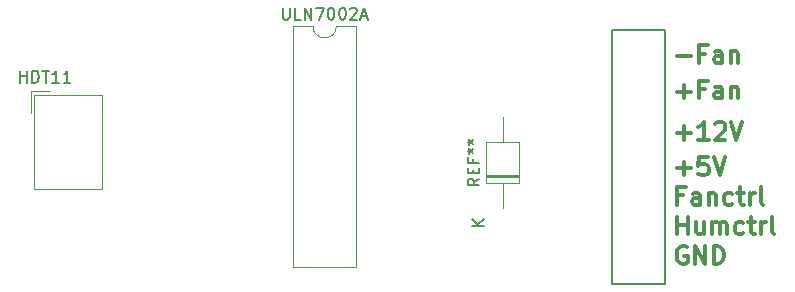
<source format=gbr>
%TF.GenerationSoftware,KiCad,Pcbnew,9.0.3-9.0.3-0~ubuntu24.04.1*%
%TF.CreationDate,2025-07-20T22:02:49+02:00*%
%TF.ProjectId,humidity-control,68756d69-6469-4747-992d-636f6e74726f,rev?*%
%TF.SameCoordinates,Original*%
%TF.FileFunction,Legend,Top*%
%TF.FilePolarity,Positive*%
%FSLAX46Y46*%
G04 Gerber Fmt 4.6, Leading zero omitted, Abs format (unit mm)*
G04 Created by KiCad (PCBNEW 9.0.3-9.0.3-0~ubuntu24.04.1) date 2025-07-20 22:02:49*
%MOMM*%
%LPD*%
G01*
G04 APERTURE LIST*
%ADD10C,0.300000*%
%ADD11C,0.200000*%
%ADD12C,0.150000*%
%ADD13C,0.120000*%
G04 APERTURE END LIST*
D10*
X172554510Y-64729400D02*
X173697368Y-64729400D01*
X174911653Y-64515114D02*
X174411653Y-64515114D01*
X174411653Y-65300828D02*
X174411653Y-63800828D01*
X174411653Y-63800828D02*
X175125939Y-63800828D01*
X176340225Y-65300828D02*
X176340225Y-64515114D01*
X176340225Y-64515114D02*
X176268796Y-64372257D01*
X176268796Y-64372257D02*
X176125939Y-64300828D01*
X176125939Y-64300828D02*
X175840225Y-64300828D01*
X175840225Y-64300828D02*
X175697367Y-64372257D01*
X176340225Y-65229400D02*
X176197367Y-65300828D01*
X176197367Y-65300828D02*
X175840225Y-65300828D01*
X175840225Y-65300828D02*
X175697367Y-65229400D01*
X175697367Y-65229400D02*
X175625939Y-65086542D01*
X175625939Y-65086542D02*
X175625939Y-64943685D01*
X175625939Y-64943685D02*
X175697367Y-64800828D01*
X175697367Y-64800828D02*
X175840225Y-64729400D01*
X175840225Y-64729400D02*
X176197367Y-64729400D01*
X176197367Y-64729400D02*
X176340225Y-64657971D01*
X177054510Y-64300828D02*
X177054510Y-65300828D01*
X177054510Y-64443685D02*
X177125939Y-64372257D01*
X177125939Y-64372257D02*
X177268796Y-64300828D01*
X177268796Y-64300828D02*
X177483082Y-64300828D01*
X177483082Y-64300828D02*
X177625939Y-64372257D01*
X177625939Y-64372257D02*
X177697368Y-64515114D01*
X177697368Y-64515114D02*
X177697368Y-65300828D01*
D11*
X167000000Y-62500000D02*
X167000000Y-63000000D01*
X171500000Y-62500000D02*
X167000000Y-62500000D01*
X171500000Y-84000000D02*
X171500000Y-62500000D01*
X167000000Y-84000000D02*
X171500000Y-84000000D01*
X167000000Y-63000000D02*
X167000000Y-84000000D01*
D10*
X172554510Y-67729400D02*
X173697368Y-67729400D01*
X173125939Y-68300828D02*
X173125939Y-67157971D01*
X174911653Y-67515114D02*
X174411653Y-67515114D01*
X174411653Y-68300828D02*
X174411653Y-66800828D01*
X174411653Y-66800828D02*
X175125939Y-66800828D01*
X176340225Y-68300828D02*
X176340225Y-67515114D01*
X176340225Y-67515114D02*
X176268796Y-67372257D01*
X176268796Y-67372257D02*
X176125939Y-67300828D01*
X176125939Y-67300828D02*
X175840225Y-67300828D01*
X175840225Y-67300828D02*
X175697367Y-67372257D01*
X176340225Y-68229400D02*
X176197367Y-68300828D01*
X176197367Y-68300828D02*
X175840225Y-68300828D01*
X175840225Y-68300828D02*
X175697367Y-68229400D01*
X175697367Y-68229400D02*
X175625939Y-68086542D01*
X175625939Y-68086542D02*
X175625939Y-67943685D01*
X175625939Y-67943685D02*
X175697367Y-67800828D01*
X175697367Y-67800828D02*
X175840225Y-67729400D01*
X175840225Y-67729400D02*
X176197367Y-67729400D01*
X176197367Y-67729400D02*
X176340225Y-67657971D01*
X177054510Y-67300828D02*
X177054510Y-68300828D01*
X177054510Y-67443685D02*
X177125939Y-67372257D01*
X177125939Y-67372257D02*
X177268796Y-67300828D01*
X177268796Y-67300828D02*
X177483082Y-67300828D01*
X177483082Y-67300828D02*
X177625939Y-67372257D01*
X177625939Y-67372257D02*
X177697368Y-67515114D01*
X177697368Y-67515114D02*
X177697368Y-68300828D01*
X172554510Y-79800828D02*
X172554510Y-78300828D01*
X172554510Y-79015114D02*
X173411653Y-79015114D01*
X173411653Y-79800828D02*
X173411653Y-78300828D01*
X174768797Y-78800828D02*
X174768797Y-79800828D01*
X174125939Y-78800828D02*
X174125939Y-79586542D01*
X174125939Y-79586542D02*
X174197368Y-79729400D01*
X174197368Y-79729400D02*
X174340225Y-79800828D01*
X174340225Y-79800828D02*
X174554511Y-79800828D01*
X174554511Y-79800828D02*
X174697368Y-79729400D01*
X174697368Y-79729400D02*
X174768797Y-79657971D01*
X175483082Y-79800828D02*
X175483082Y-78800828D01*
X175483082Y-78943685D02*
X175554511Y-78872257D01*
X175554511Y-78872257D02*
X175697368Y-78800828D01*
X175697368Y-78800828D02*
X175911654Y-78800828D01*
X175911654Y-78800828D02*
X176054511Y-78872257D01*
X176054511Y-78872257D02*
X176125940Y-79015114D01*
X176125940Y-79015114D02*
X176125940Y-79800828D01*
X176125940Y-79015114D02*
X176197368Y-78872257D01*
X176197368Y-78872257D02*
X176340225Y-78800828D01*
X176340225Y-78800828D02*
X176554511Y-78800828D01*
X176554511Y-78800828D02*
X176697368Y-78872257D01*
X176697368Y-78872257D02*
X176768797Y-79015114D01*
X176768797Y-79015114D02*
X176768797Y-79800828D01*
X178125940Y-79729400D02*
X177983082Y-79800828D01*
X177983082Y-79800828D02*
X177697368Y-79800828D01*
X177697368Y-79800828D02*
X177554511Y-79729400D01*
X177554511Y-79729400D02*
X177483082Y-79657971D01*
X177483082Y-79657971D02*
X177411654Y-79515114D01*
X177411654Y-79515114D02*
X177411654Y-79086542D01*
X177411654Y-79086542D02*
X177483082Y-78943685D01*
X177483082Y-78943685D02*
X177554511Y-78872257D01*
X177554511Y-78872257D02*
X177697368Y-78800828D01*
X177697368Y-78800828D02*
X177983082Y-78800828D01*
X177983082Y-78800828D02*
X178125940Y-78872257D01*
X178554511Y-78800828D02*
X179125939Y-78800828D01*
X178768796Y-78300828D02*
X178768796Y-79586542D01*
X178768796Y-79586542D02*
X178840225Y-79729400D01*
X178840225Y-79729400D02*
X178983082Y-79800828D01*
X178983082Y-79800828D02*
X179125939Y-79800828D01*
X179625939Y-79800828D02*
X179625939Y-78800828D01*
X179625939Y-79086542D02*
X179697368Y-78943685D01*
X179697368Y-78943685D02*
X179768797Y-78872257D01*
X179768797Y-78872257D02*
X179911654Y-78800828D01*
X179911654Y-78800828D02*
X180054511Y-78800828D01*
X180768796Y-79800828D02*
X180625939Y-79729400D01*
X180625939Y-79729400D02*
X180554510Y-79586542D01*
X180554510Y-79586542D02*
X180554510Y-78300828D01*
X173054510Y-76515114D02*
X172554510Y-76515114D01*
X172554510Y-77300828D02*
X172554510Y-75800828D01*
X172554510Y-75800828D02*
X173268796Y-75800828D01*
X174483082Y-77300828D02*
X174483082Y-76515114D01*
X174483082Y-76515114D02*
X174411653Y-76372257D01*
X174411653Y-76372257D02*
X174268796Y-76300828D01*
X174268796Y-76300828D02*
X173983082Y-76300828D01*
X173983082Y-76300828D02*
X173840224Y-76372257D01*
X174483082Y-77229400D02*
X174340224Y-77300828D01*
X174340224Y-77300828D02*
X173983082Y-77300828D01*
X173983082Y-77300828D02*
X173840224Y-77229400D01*
X173840224Y-77229400D02*
X173768796Y-77086542D01*
X173768796Y-77086542D02*
X173768796Y-76943685D01*
X173768796Y-76943685D02*
X173840224Y-76800828D01*
X173840224Y-76800828D02*
X173983082Y-76729400D01*
X173983082Y-76729400D02*
X174340224Y-76729400D01*
X174340224Y-76729400D02*
X174483082Y-76657971D01*
X175197367Y-76300828D02*
X175197367Y-77300828D01*
X175197367Y-76443685D02*
X175268796Y-76372257D01*
X175268796Y-76372257D02*
X175411653Y-76300828D01*
X175411653Y-76300828D02*
X175625939Y-76300828D01*
X175625939Y-76300828D02*
X175768796Y-76372257D01*
X175768796Y-76372257D02*
X175840225Y-76515114D01*
X175840225Y-76515114D02*
X175840225Y-77300828D01*
X177197368Y-77229400D02*
X177054510Y-77300828D01*
X177054510Y-77300828D02*
X176768796Y-77300828D01*
X176768796Y-77300828D02*
X176625939Y-77229400D01*
X176625939Y-77229400D02*
X176554510Y-77157971D01*
X176554510Y-77157971D02*
X176483082Y-77015114D01*
X176483082Y-77015114D02*
X176483082Y-76586542D01*
X176483082Y-76586542D02*
X176554510Y-76443685D01*
X176554510Y-76443685D02*
X176625939Y-76372257D01*
X176625939Y-76372257D02*
X176768796Y-76300828D01*
X176768796Y-76300828D02*
X177054510Y-76300828D01*
X177054510Y-76300828D02*
X177197368Y-76372257D01*
X177625939Y-76300828D02*
X178197367Y-76300828D01*
X177840224Y-75800828D02*
X177840224Y-77086542D01*
X177840224Y-77086542D02*
X177911653Y-77229400D01*
X177911653Y-77229400D02*
X178054510Y-77300828D01*
X178054510Y-77300828D02*
X178197367Y-77300828D01*
X178697367Y-77300828D02*
X178697367Y-76300828D01*
X178697367Y-76586542D02*
X178768796Y-76443685D01*
X178768796Y-76443685D02*
X178840225Y-76372257D01*
X178840225Y-76372257D02*
X178983082Y-76300828D01*
X178983082Y-76300828D02*
X179125939Y-76300828D01*
X179840224Y-77300828D02*
X179697367Y-77229400D01*
X179697367Y-77229400D02*
X179625938Y-77086542D01*
X179625938Y-77086542D02*
X179625938Y-75800828D01*
X172554510Y-71229400D02*
X173697368Y-71229400D01*
X173125939Y-71800828D02*
X173125939Y-70657971D01*
X175197368Y-71800828D02*
X174340225Y-71800828D01*
X174768796Y-71800828D02*
X174768796Y-70300828D01*
X174768796Y-70300828D02*
X174625939Y-70515114D01*
X174625939Y-70515114D02*
X174483082Y-70657971D01*
X174483082Y-70657971D02*
X174340225Y-70729400D01*
X175768796Y-70443685D02*
X175840224Y-70372257D01*
X175840224Y-70372257D02*
X175983082Y-70300828D01*
X175983082Y-70300828D02*
X176340224Y-70300828D01*
X176340224Y-70300828D02*
X176483082Y-70372257D01*
X176483082Y-70372257D02*
X176554510Y-70443685D01*
X176554510Y-70443685D02*
X176625939Y-70586542D01*
X176625939Y-70586542D02*
X176625939Y-70729400D01*
X176625939Y-70729400D02*
X176554510Y-70943685D01*
X176554510Y-70943685D02*
X175697367Y-71800828D01*
X175697367Y-71800828D02*
X176625939Y-71800828D01*
X177054510Y-70300828D02*
X177554510Y-71800828D01*
X177554510Y-71800828D02*
X178054510Y-70300828D01*
X173340225Y-80872257D02*
X173197368Y-80800828D01*
X173197368Y-80800828D02*
X172983082Y-80800828D01*
X172983082Y-80800828D02*
X172768796Y-80872257D01*
X172768796Y-80872257D02*
X172625939Y-81015114D01*
X172625939Y-81015114D02*
X172554510Y-81157971D01*
X172554510Y-81157971D02*
X172483082Y-81443685D01*
X172483082Y-81443685D02*
X172483082Y-81657971D01*
X172483082Y-81657971D02*
X172554510Y-81943685D01*
X172554510Y-81943685D02*
X172625939Y-82086542D01*
X172625939Y-82086542D02*
X172768796Y-82229400D01*
X172768796Y-82229400D02*
X172983082Y-82300828D01*
X172983082Y-82300828D02*
X173125939Y-82300828D01*
X173125939Y-82300828D02*
X173340225Y-82229400D01*
X173340225Y-82229400D02*
X173411653Y-82157971D01*
X173411653Y-82157971D02*
X173411653Y-81657971D01*
X173411653Y-81657971D02*
X173125939Y-81657971D01*
X174054510Y-82300828D02*
X174054510Y-80800828D01*
X174054510Y-80800828D02*
X174911653Y-82300828D01*
X174911653Y-82300828D02*
X174911653Y-80800828D01*
X175625939Y-82300828D02*
X175625939Y-80800828D01*
X175625939Y-80800828D02*
X175983082Y-80800828D01*
X175983082Y-80800828D02*
X176197368Y-80872257D01*
X176197368Y-80872257D02*
X176340225Y-81015114D01*
X176340225Y-81015114D02*
X176411654Y-81157971D01*
X176411654Y-81157971D02*
X176483082Y-81443685D01*
X176483082Y-81443685D02*
X176483082Y-81657971D01*
X176483082Y-81657971D02*
X176411654Y-81943685D01*
X176411654Y-81943685D02*
X176340225Y-82086542D01*
X176340225Y-82086542D02*
X176197368Y-82229400D01*
X176197368Y-82229400D02*
X175983082Y-82300828D01*
X175983082Y-82300828D02*
X175625939Y-82300828D01*
X172554510Y-74229400D02*
X173697368Y-74229400D01*
X173125939Y-74800828D02*
X173125939Y-73657971D01*
X175125939Y-73300828D02*
X174411653Y-73300828D01*
X174411653Y-73300828D02*
X174340225Y-74015114D01*
X174340225Y-74015114D02*
X174411653Y-73943685D01*
X174411653Y-73943685D02*
X174554511Y-73872257D01*
X174554511Y-73872257D02*
X174911653Y-73872257D01*
X174911653Y-73872257D02*
X175054511Y-73943685D01*
X175054511Y-73943685D02*
X175125939Y-74015114D01*
X175125939Y-74015114D02*
X175197368Y-74157971D01*
X175197368Y-74157971D02*
X175197368Y-74515114D01*
X175197368Y-74515114D02*
X175125939Y-74657971D01*
X175125939Y-74657971D02*
X175054511Y-74729400D01*
X175054511Y-74729400D02*
X174911653Y-74800828D01*
X174911653Y-74800828D02*
X174554511Y-74800828D01*
X174554511Y-74800828D02*
X174411653Y-74729400D01*
X174411653Y-74729400D02*
X174340225Y-74657971D01*
X175625939Y-73300828D02*
X176125939Y-74800828D01*
X176125939Y-74800828D02*
X176625939Y-73300828D01*
D12*
X116880952Y-66954819D02*
X116880952Y-65954819D01*
X116880952Y-66431009D02*
X117452380Y-66431009D01*
X117452380Y-66954819D02*
X117452380Y-65954819D01*
X117928571Y-66954819D02*
X117928571Y-65954819D01*
X117928571Y-65954819D02*
X118166666Y-65954819D01*
X118166666Y-65954819D02*
X118309523Y-66002438D01*
X118309523Y-66002438D02*
X118404761Y-66097676D01*
X118404761Y-66097676D02*
X118452380Y-66192914D01*
X118452380Y-66192914D02*
X118499999Y-66383390D01*
X118499999Y-66383390D02*
X118499999Y-66526247D01*
X118499999Y-66526247D02*
X118452380Y-66716723D01*
X118452380Y-66716723D02*
X118404761Y-66811961D01*
X118404761Y-66811961D02*
X118309523Y-66907200D01*
X118309523Y-66907200D02*
X118166666Y-66954819D01*
X118166666Y-66954819D02*
X117928571Y-66954819D01*
X118785714Y-65954819D02*
X119357142Y-65954819D01*
X119071428Y-66954819D02*
X119071428Y-65954819D01*
X120214285Y-66954819D02*
X119642857Y-66954819D01*
X119928571Y-66954819D02*
X119928571Y-65954819D01*
X119928571Y-65954819D02*
X119833333Y-66097676D01*
X119833333Y-66097676D02*
X119738095Y-66192914D01*
X119738095Y-66192914D02*
X119642857Y-66240533D01*
X121166666Y-66954819D02*
X120595238Y-66954819D01*
X120880952Y-66954819D02*
X120880952Y-65954819D01*
X120880952Y-65954819D02*
X120785714Y-66097676D01*
X120785714Y-66097676D02*
X120690476Y-66192914D01*
X120690476Y-66192914D02*
X120595238Y-66240533D01*
X139142381Y-60624819D02*
X139142381Y-61434342D01*
X139142381Y-61434342D02*
X139190000Y-61529580D01*
X139190000Y-61529580D02*
X139237619Y-61577200D01*
X139237619Y-61577200D02*
X139332857Y-61624819D01*
X139332857Y-61624819D02*
X139523333Y-61624819D01*
X139523333Y-61624819D02*
X139618571Y-61577200D01*
X139618571Y-61577200D02*
X139666190Y-61529580D01*
X139666190Y-61529580D02*
X139713809Y-61434342D01*
X139713809Y-61434342D02*
X139713809Y-60624819D01*
X140666190Y-61624819D02*
X140190000Y-61624819D01*
X140190000Y-61624819D02*
X140190000Y-60624819D01*
X140999524Y-61624819D02*
X140999524Y-60624819D01*
X140999524Y-60624819D02*
X141570952Y-61624819D01*
X141570952Y-61624819D02*
X141570952Y-60624819D01*
X141951905Y-60624819D02*
X142618571Y-60624819D01*
X142618571Y-60624819D02*
X142190000Y-61624819D01*
X143190000Y-60624819D02*
X143285238Y-60624819D01*
X143285238Y-60624819D02*
X143380476Y-60672438D01*
X143380476Y-60672438D02*
X143428095Y-60720057D01*
X143428095Y-60720057D02*
X143475714Y-60815295D01*
X143475714Y-60815295D02*
X143523333Y-61005771D01*
X143523333Y-61005771D02*
X143523333Y-61243866D01*
X143523333Y-61243866D02*
X143475714Y-61434342D01*
X143475714Y-61434342D02*
X143428095Y-61529580D01*
X143428095Y-61529580D02*
X143380476Y-61577200D01*
X143380476Y-61577200D02*
X143285238Y-61624819D01*
X143285238Y-61624819D02*
X143190000Y-61624819D01*
X143190000Y-61624819D02*
X143094762Y-61577200D01*
X143094762Y-61577200D02*
X143047143Y-61529580D01*
X143047143Y-61529580D02*
X142999524Y-61434342D01*
X142999524Y-61434342D02*
X142951905Y-61243866D01*
X142951905Y-61243866D02*
X142951905Y-61005771D01*
X142951905Y-61005771D02*
X142999524Y-60815295D01*
X142999524Y-60815295D02*
X143047143Y-60720057D01*
X143047143Y-60720057D02*
X143094762Y-60672438D01*
X143094762Y-60672438D02*
X143190000Y-60624819D01*
X144142381Y-60624819D02*
X144237619Y-60624819D01*
X144237619Y-60624819D02*
X144332857Y-60672438D01*
X144332857Y-60672438D02*
X144380476Y-60720057D01*
X144380476Y-60720057D02*
X144428095Y-60815295D01*
X144428095Y-60815295D02*
X144475714Y-61005771D01*
X144475714Y-61005771D02*
X144475714Y-61243866D01*
X144475714Y-61243866D02*
X144428095Y-61434342D01*
X144428095Y-61434342D02*
X144380476Y-61529580D01*
X144380476Y-61529580D02*
X144332857Y-61577200D01*
X144332857Y-61577200D02*
X144237619Y-61624819D01*
X144237619Y-61624819D02*
X144142381Y-61624819D01*
X144142381Y-61624819D02*
X144047143Y-61577200D01*
X144047143Y-61577200D02*
X143999524Y-61529580D01*
X143999524Y-61529580D02*
X143951905Y-61434342D01*
X143951905Y-61434342D02*
X143904286Y-61243866D01*
X143904286Y-61243866D02*
X143904286Y-61005771D01*
X143904286Y-61005771D02*
X143951905Y-60815295D01*
X143951905Y-60815295D02*
X143999524Y-60720057D01*
X143999524Y-60720057D02*
X144047143Y-60672438D01*
X144047143Y-60672438D02*
X144142381Y-60624819D01*
X144856667Y-60720057D02*
X144904286Y-60672438D01*
X144904286Y-60672438D02*
X144999524Y-60624819D01*
X144999524Y-60624819D02*
X145237619Y-60624819D01*
X145237619Y-60624819D02*
X145332857Y-60672438D01*
X145332857Y-60672438D02*
X145380476Y-60720057D01*
X145380476Y-60720057D02*
X145428095Y-60815295D01*
X145428095Y-60815295D02*
X145428095Y-60910533D01*
X145428095Y-60910533D02*
X145380476Y-61053390D01*
X145380476Y-61053390D02*
X144809048Y-61624819D01*
X144809048Y-61624819D02*
X145428095Y-61624819D01*
X145809048Y-61339104D02*
X146285238Y-61339104D01*
X145713810Y-61624819D02*
X146047143Y-60624819D01*
X146047143Y-60624819D02*
X146380476Y-61624819D01*
X155784819Y-75083333D02*
X155308628Y-75416666D01*
X155784819Y-75654761D02*
X154784819Y-75654761D01*
X154784819Y-75654761D02*
X154784819Y-75273809D01*
X154784819Y-75273809D02*
X154832438Y-75178571D01*
X154832438Y-75178571D02*
X154880057Y-75130952D01*
X154880057Y-75130952D02*
X154975295Y-75083333D01*
X154975295Y-75083333D02*
X155118152Y-75083333D01*
X155118152Y-75083333D02*
X155213390Y-75130952D01*
X155213390Y-75130952D02*
X155261009Y-75178571D01*
X155261009Y-75178571D02*
X155308628Y-75273809D01*
X155308628Y-75273809D02*
X155308628Y-75654761D01*
X155261009Y-74654761D02*
X155261009Y-74321428D01*
X155784819Y-74178571D02*
X155784819Y-74654761D01*
X155784819Y-74654761D02*
X154784819Y-74654761D01*
X154784819Y-74654761D02*
X154784819Y-74178571D01*
X155261009Y-73416666D02*
X155261009Y-73749999D01*
X155784819Y-73749999D02*
X154784819Y-73749999D01*
X154784819Y-73749999D02*
X154784819Y-73273809D01*
X154784819Y-72749999D02*
X155022914Y-72749999D01*
X154927676Y-72988094D02*
X155022914Y-72749999D01*
X155022914Y-72749999D02*
X154927676Y-72511904D01*
X155213390Y-72892856D02*
X155022914Y-72749999D01*
X155022914Y-72749999D02*
X155213390Y-72607142D01*
X154784819Y-71988094D02*
X155022914Y-71988094D01*
X154927676Y-72226189D02*
X155022914Y-71988094D01*
X155022914Y-71988094D02*
X154927676Y-71749999D01*
X155213390Y-72130951D02*
X155022914Y-71988094D01*
X155022914Y-71988094D02*
X155213390Y-71845237D01*
X156204819Y-79091904D02*
X155204819Y-79091904D01*
X156204819Y-78520476D02*
X155633390Y-78949047D01*
X155204819Y-78520476D02*
X155776247Y-79091904D01*
D13*
%TO.C,HDT11*%
X117840000Y-67644400D02*
X119450000Y-67644400D01*
X117840000Y-67695200D02*
X117840000Y-69500000D01*
X118120000Y-68000000D02*
X123880000Y-68000000D01*
X118120000Y-76000000D02*
X118120000Y-68000000D01*
X123880000Y-68000000D02*
X123880000Y-76000000D01*
X123880000Y-76000000D02*
X118120000Y-76000000D01*
%TO.C,ULN7002A*%
X140040000Y-62170000D02*
X140040000Y-82610000D01*
X140040000Y-82610000D02*
X145340000Y-82610000D01*
X141690000Y-62170000D02*
X140040000Y-62170000D01*
X145340000Y-62170000D02*
X143690000Y-62170000D01*
X145340000Y-82610000D02*
X145340000Y-62170000D01*
X143690000Y-62170000D02*
G75*
G02*
X141690000Y-62170000I-1000000J0D01*
G01*
%TO.C,REF\u002A\u002A*%
X156330000Y-74750000D02*
X159170000Y-74750000D01*
X156330000Y-74870000D02*
X159170000Y-74870000D01*
X156330000Y-74990000D02*
X159170000Y-74990000D01*
X157750000Y-69910000D02*
X157750000Y-72030000D01*
X157750000Y-77590000D02*
X157750000Y-75470000D01*
X156330000Y-75470000D02*
X159170000Y-75470000D01*
X159170000Y-72030000D01*
X156330000Y-72030000D01*
X156330000Y-75470000D01*
%TD*%
M02*

</source>
